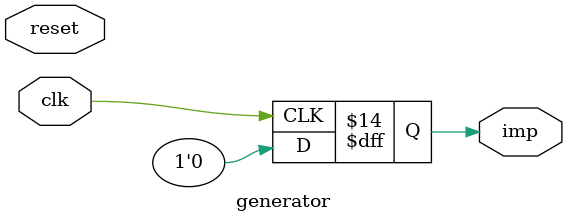
<source format=v>
module generator
(
	input	wire	clk,
	input	wire	reset,
	output  reg	imp
);

reg [2:0] stage;

always @(posedge clk)
if (reset)
	{imp, stage} <= 5'h0;
else begin
	imp <= (stage[2] == 1) ? ~imp : imp;
	#1
	imp = 0;
	stage <= (stage[2] == 1) ? 3'h0 : stage + 1;
end
endmodule
</source>
